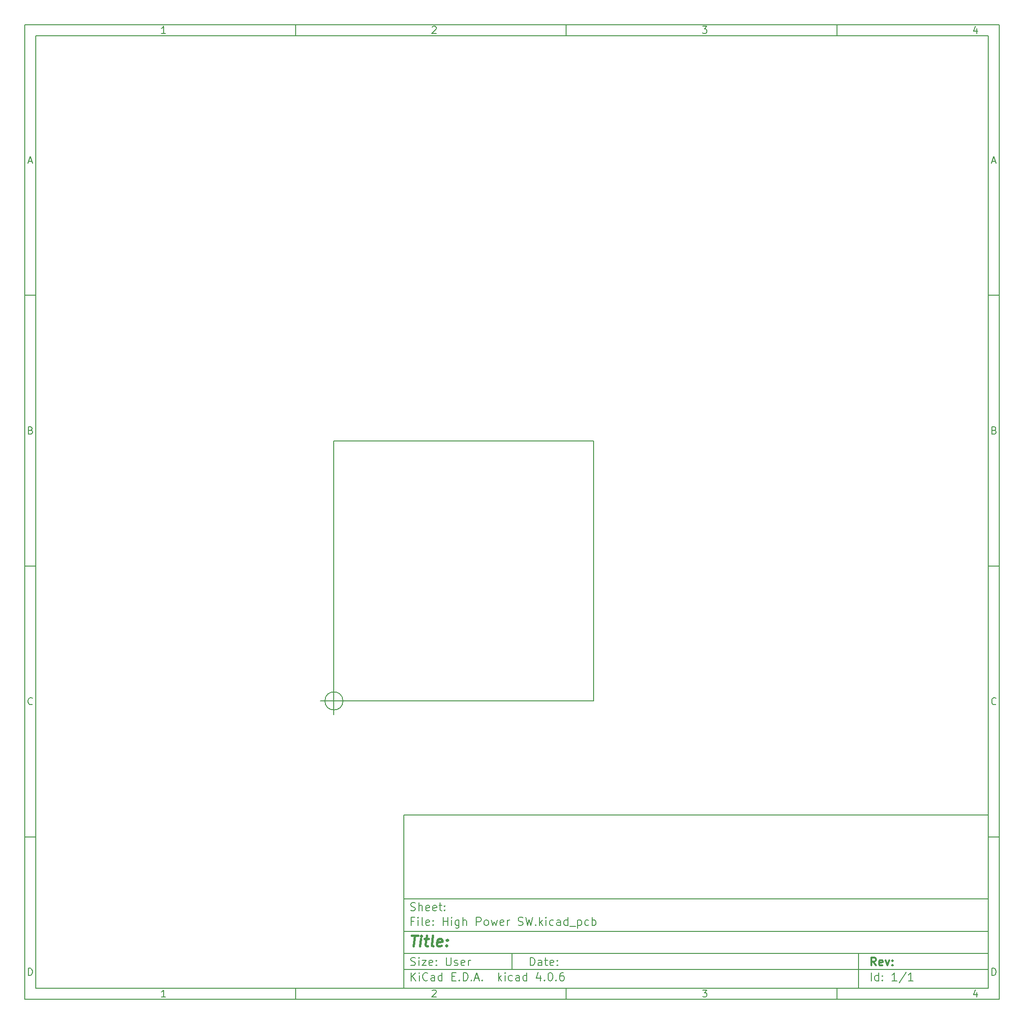
<source format=gbr>
G04 #@! TF.FileFunction,Profile,NP*
%FSLAX46Y46*%
G04 Gerber Fmt 4.6, Leading zero omitted, Abs format (unit mm)*
G04 Created by KiCad (PCBNEW 4.0.6) date 06/24/17 18:29:06*
%MOMM*%
%LPD*%
G01*
G04 APERTURE LIST*
%ADD10C,0.100000*%
%ADD11C,0.150000*%
%ADD12C,0.300000*%
%ADD13C,0.400000*%
G04 APERTURE END LIST*
D10*
D11*
X79999600Y-155999600D02*
X79999600Y-187999600D01*
X187999600Y-187999600D01*
X187999600Y-155999600D01*
X79999600Y-155999600D01*
D10*
D11*
X10000000Y-10000000D02*
X10000000Y-189999600D01*
X189999600Y-189999600D01*
X189999600Y-10000000D01*
X10000000Y-10000000D01*
D10*
D11*
X12000000Y-12000000D02*
X12000000Y-187999600D01*
X187999600Y-187999600D01*
X187999600Y-12000000D01*
X12000000Y-12000000D01*
D10*
D11*
X60000000Y-12000000D02*
X60000000Y-10000000D01*
D10*
D11*
X110000000Y-12000000D02*
X110000000Y-10000000D01*
D10*
D11*
X160000000Y-12000000D02*
X160000000Y-10000000D01*
D10*
D11*
X35990476Y-11588095D02*
X35247619Y-11588095D01*
X35619048Y-11588095D02*
X35619048Y-10288095D01*
X35495238Y-10473810D01*
X35371429Y-10597619D01*
X35247619Y-10659524D01*
D10*
D11*
X85247619Y-10411905D02*
X85309524Y-10350000D01*
X85433333Y-10288095D01*
X85742857Y-10288095D01*
X85866667Y-10350000D01*
X85928571Y-10411905D01*
X85990476Y-10535714D01*
X85990476Y-10659524D01*
X85928571Y-10845238D01*
X85185714Y-11588095D01*
X85990476Y-11588095D01*
D10*
D11*
X135185714Y-10288095D02*
X135990476Y-10288095D01*
X135557143Y-10783333D01*
X135742857Y-10783333D01*
X135866667Y-10845238D01*
X135928571Y-10907143D01*
X135990476Y-11030952D01*
X135990476Y-11340476D01*
X135928571Y-11464286D01*
X135866667Y-11526190D01*
X135742857Y-11588095D01*
X135371429Y-11588095D01*
X135247619Y-11526190D01*
X135185714Y-11464286D01*
D10*
D11*
X185866667Y-10721429D02*
X185866667Y-11588095D01*
X185557143Y-10226190D02*
X185247619Y-11154762D01*
X186052381Y-11154762D01*
D10*
D11*
X60000000Y-187999600D02*
X60000000Y-189999600D01*
D10*
D11*
X110000000Y-187999600D02*
X110000000Y-189999600D01*
D10*
D11*
X160000000Y-187999600D02*
X160000000Y-189999600D01*
D10*
D11*
X35990476Y-189587695D02*
X35247619Y-189587695D01*
X35619048Y-189587695D02*
X35619048Y-188287695D01*
X35495238Y-188473410D01*
X35371429Y-188597219D01*
X35247619Y-188659124D01*
D10*
D11*
X85247619Y-188411505D02*
X85309524Y-188349600D01*
X85433333Y-188287695D01*
X85742857Y-188287695D01*
X85866667Y-188349600D01*
X85928571Y-188411505D01*
X85990476Y-188535314D01*
X85990476Y-188659124D01*
X85928571Y-188844838D01*
X85185714Y-189587695D01*
X85990476Y-189587695D01*
D10*
D11*
X135185714Y-188287695D02*
X135990476Y-188287695D01*
X135557143Y-188782933D01*
X135742857Y-188782933D01*
X135866667Y-188844838D01*
X135928571Y-188906743D01*
X135990476Y-189030552D01*
X135990476Y-189340076D01*
X135928571Y-189463886D01*
X135866667Y-189525790D01*
X135742857Y-189587695D01*
X135371429Y-189587695D01*
X135247619Y-189525790D01*
X135185714Y-189463886D01*
D10*
D11*
X185866667Y-188721029D02*
X185866667Y-189587695D01*
X185557143Y-188225790D02*
X185247619Y-189154362D01*
X186052381Y-189154362D01*
D10*
D11*
X10000000Y-60000000D02*
X12000000Y-60000000D01*
D10*
D11*
X10000000Y-110000000D02*
X12000000Y-110000000D01*
D10*
D11*
X10000000Y-160000000D02*
X12000000Y-160000000D01*
D10*
D11*
X10690476Y-35216667D02*
X11309524Y-35216667D01*
X10566667Y-35588095D02*
X11000000Y-34288095D01*
X11433333Y-35588095D01*
D10*
D11*
X11092857Y-84907143D02*
X11278571Y-84969048D01*
X11340476Y-85030952D01*
X11402381Y-85154762D01*
X11402381Y-85340476D01*
X11340476Y-85464286D01*
X11278571Y-85526190D01*
X11154762Y-85588095D01*
X10659524Y-85588095D01*
X10659524Y-84288095D01*
X11092857Y-84288095D01*
X11216667Y-84350000D01*
X11278571Y-84411905D01*
X11340476Y-84535714D01*
X11340476Y-84659524D01*
X11278571Y-84783333D01*
X11216667Y-84845238D01*
X11092857Y-84907143D01*
X10659524Y-84907143D01*
D10*
D11*
X11402381Y-135464286D02*
X11340476Y-135526190D01*
X11154762Y-135588095D01*
X11030952Y-135588095D01*
X10845238Y-135526190D01*
X10721429Y-135402381D01*
X10659524Y-135278571D01*
X10597619Y-135030952D01*
X10597619Y-134845238D01*
X10659524Y-134597619D01*
X10721429Y-134473810D01*
X10845238Y-134350000D01*
X11030952Y-134288095D01*
X11154762Y-134288095D01*
X11340476Y-134350000D01*
X11402381Y-134411905D01*
D10*
D11*
X10659524Y-185588095D02*
X10659524Y-184288095D01*
X10969048Y-184288095D01*
X11154762Y-184350000D01*
X11278571Y-184473810D01*
X11340476Y-184597619D01*
X11402381Y-184845238D01*
X11402381Y-185030952D01*
X11340476Y-185278571D01*
X11278571Y-185402381D01*
X11154762Y-185526190D01*
X10969048Y-185588095D01*
X10659524Y-185588095D01*
D10*
D11*
X189999600Y-60000000D02*
X187999600Y-60000000D01*
D10*
D11*
X189999600Y-110000000D02*
X187999600Y-110000000D01*
D10*
D11*
X189999600Y-160000000D02*
X187999600Y-160000000D01*
D10*
D11*
X188690076Y-35216667D02*
X189309124Y-35216667D01*
X188566267Y-35588095D02*
X188999600Y-34288095D01*
X189432933Y-35588095D01*
D10*
D11*
X189092457Y-84907143D02*
X189278171Y-84969048D01*
X189340076Y-85030952D01*
X189401981Y-85154762D01*
X189401981Y-85340476D01*
X189340076Y-85464286D01*
X189278171Y-85526190D01*
X189154362Y-85588095D01*
X188659124Y-85588095D01*
X188659124Y-84288095D01*
X189092457Y-84288095D01*
X189216267Y-84350000D01*
X189278171Y-84411905D01*
X189340076Y-84535714D01*
X189340076Y-84659524D01*
X189278171Y-84783333D01*
X189216267Y-84845238D01*
X189092457Y-84907143D01*
X188659124Y-84907143D01*
D10*
D11*
X189401981Y-135464286D02*
X189340076Y-135526190D01*
X189154362Y-135588095D01*
X189030552Y-135588095D01*
X188844838Y-135526190D01*
X188721029Y-135402381D01*
X188659124Y-135278571D01*
X188597219Y-135030952D01*
X188597219Y-134845238D01*
X188659124Y-134597619D01*
X188721029Y-134473810D01*
X188844838Y-134350000D01*
X189030552Y-134288095D01*
X189154362Y-134288095D01*
X189340076Y-134350000D01*
X189401981Y-134411905D01*
D10*
D11*
X188659124Y-185588095D02*
X188659124Y-184288095D01*
X188968648Y-184288095D01*
X189154362Y-184350000D01*
X189278171Y-184473810D01*
X189340076Y-184597619D01*
X189401981Y-184845238D01*
X189401981Y-185030952D01*
X189340076Y-185278571D01*
X189278171Y-185402381D01*
X189154362Y-185526190D01*
X188968648Y-185588095D01*
X188659124Y-185588095D01*
D10*
D11*
X103356743Y-183778171D02*
X103356743Y-182278171D01*
X103713886Y-182278171D01*
X103928171Y-182349600D01*
X104071029Y-182492457D01*
X104142457Y-182635314D01*
X104213886Y-182921029D01*
X104213886Y-183135314D01*
X104142457Y-183421029D01*
X104071029Y-183563886D01*
X103928171Y-183706743D01*
X103713886Y-183778171D01*
X103356743Y-183778171D01*
X105499600Y-183778171D02*
X105499600Y-182992457D01*
X105428171Y-182849600D01*
X105285314Y-182778171D01*
X104999600Y-182778171D01*
X104856743Y-182849600D01*
X105499600Y-183706743D02*
X105356743Y-183778171D01*
X104999600Y-183778171D01*
X104856743Y-183706743D01*
X104785314Y-183563886D01*
X104785314Y-183421029D01*
X104856743Y-183278171D01*
X104999600Y-183206743D01*
X105356743Y-183206743D01*
X105499600Y-183135314D01*
X105999600Y-182778171D02*
X106571029Y-182778171D01*
X106213886Y-182278171D02*
X106213886Y-183563886D01*
X106285314Y-183706743D01*
X106428172Y-183778171D01*
X106571029Y-183778171D01*
X107642457Y-183706743D02*
X107499600Y-183778171D01*
X107213886Y-183778171D01*
X107071029Y-183706743D01*
X106999600Y-183563886D01*
X106999600Y-182992457D01*
X107071029Y-182849600D01*
X107213886Y-182778171D01*
X107499600Y-182778171D01*
X107642457Y-182849600D01*
X107713886Y-182992457D01*
X107713886Y-183135314D01*
X106999600Y-183278171D01*
X108356743Y-183635314D02*
X108428171Y-183706743D01*
X108356743Y-183778171D01*
X108285314Y-183706743D01*
X108356743Y-183635314D01*
X108356743Y-183778171D01*
X108356743Y-182849600D02*
X108428171Y-182921029D01*
X108356743Y-182992457D01*
X108285314Y-182921029D01*
X108356743Y-182849600D01*
X108356743Y-182992457D01*
D10*
D11*
X79999600Y-184499600D02*
X187999600Y-184499600D01*
D10*
D11*
X81356743Y-186578171D02*
X81356743Y-185078171D01*
X82213886Y-186578171D02*
X81571029Y-185721029D01*
X82213886Y-185078171D02*
X81356743Y-185935314D01*
X82856743Y-186578171D02*
X82856743Y-185578171D01*
X82856743Y-185078171D02*
X82785314Y-185149600D01*
X82856743Y-185221029D01*
X82928171Y-185149600D01*
X82856743Y-185078171D01*
X82856743Y-185221029D01*
X84428172Y-186435314D02*
X84356743Y-186506743D01*
X84142457Y-186578171D01*
X83999600Y-186578171D01*
X83785315Y-186506743D01*
X83642457Y-186363886D01*
X83571029Y-186221029D01*
X83499600Y-185935314D01*
X83499600Y-185721029D01*
X83571029Y-185435314D01*
X83642457Y-185292457D01*
X83785315Y-185149600D01*
X83999600Y-185078171D01*
X84142457Y-185078171D01*
X84356743Y-185149600D01*
X84428172Y-185221029D01*
X85713886Y-186578171D02*
X85713886Y-185792457D01*
X85642457Y-185649600D01*
X85499600Y-185578171D01*
X85213886Y-185578171D01*
X85071029Y-185649600D01*
X85713886Y-186506743D02*
X85571029Y-186578171D01*
X85213886Y-186578171D01*
X85071029Y-186506743D01*
X84999600Y-186363886D01*
X84999600Y-186221029D01*
X85071029Y-186078171D01*
X85213886Y-186006743D01*
X85571029Y-186006743D01*
X85713886Y-185935314D01*
X87071029Y-186578171D02*
X87071029Y-185078171D01*
X87071029Y-186506743D02*
X86928172Y-186578171D01*
X86642458Y-186578171D01*
X86499600Y-186506743D01*
X86428172Y-186435314D01*
X86356743Y-186292457D01*
X86356743Y-185863886D01*
X86428172Y-185721029D01*
X86499600Y-185649600D01*
X86642458Y-185578171D01*
X86928172Y-185578171D01*
X87071029Y-185649600D01*
X88928172Y-185792457D02*
X89428172Y-185792457D01*
X89642458Y-186578171D02*
X88928172Y-186578171D01*
X88928172Y-185078171D01*
X89642458Y-185078171D01*
X90285315Y-186435314D02*
X90356743Y-186506743D01*
X90285315Y-186578171D01*
X90213886Y-186506743D01*
X90285315Y-186435314D01*
X90285315Y-186578171D01*
X90999601Y-186578171D02*
X90999601Y-185078171D01*
X91356744Y-185078171D01*
X91571029Y-185149600D01*
X91713887Y-185292457D01*
X91785315Y-185435314D01*
X91856744Y-185721029D01*
X91856744Y-185935314D01*
X91785315Y-186221029D01*
X91713887Y-186363886D01*
X91571029Y-186506743D01*
X91356744Y-186578171D01*
X90999601Y-186578171D01*
X92499601Y-186435314D02*
X92571029Y-186506743D01*
X92499601Y-186578171D01*
X92428172Y-186506743D01*
X92499601Y-186435314D01*
X92499601Y-186578171D01*
X93142458Y-186149600D02*
X93856744Y-186149600D01*
X92999601Y-186578171D02*
X93499601Y-185078171D01*
X93999601Y-186578171D01*
X94499601Y-186435314D02*
X94571029Y-186506743D01*
X94499601Y-186578171D01*
X94428172Y-186506743D01*
X94499601Y-186435314D01*
X94499601Y-186578171D01*
X97499601Y-186578171D02*
X97499601Y-185078171D01*
X97642458Y-186006743D02*
X98071029Y-186578171D01*
X98071029Y-185578171D02*
X97499601Y-186149600D01*
X98713887Y-186578171D02*
X98713887Y-185578171D01*
X98713887Y-185078171D02*
X98642458Y-185149600D01*
X98713887Y-185221029D01*
X98785315Y-185149600D01*
X98713887Y-185078171D01*
X98713887Y-185221029D01*
X100071030Y-186506743D02*
X99928173Y-186578171D01*
X99642459Y-186578171D01*
X99499601Y-186506743D01*
X99428173Y-186435314D01*
X99356744Y-186292457D01*
X99356744Y-185863886D01*
X99428173Y-185721029D01*
X99499601Y-185649600D01*
X99642459Y-185578171D01*
X99928173Y-185578171D01*
X100071030Y-185649600D01*
X101356744Y-186578171D02*
X101356744Y-185792457D01*
X101285315Y-185649600D01*
X101142458Y-185578171D01*
X100856744Y-185578171D01*
X100713887Y-185649600D01*
X101356744Y-186506743D02*
X101213887Y-186578171D01*
X100856744Y-186578171D01*
X100713887Y-186506743D01*
X100642458Y-186363886D01*
X100642458Y-186221029D01*
X100713887Y-186078171D01*
X100856744Y-186006743D01*
X101213887Y-186006743D01*
X101356744Y-185935314D01*
X102713887Y-186578171D02*
X102713887Y-185078171D01*
X102713887Y-186506743D02*
X102571030Y-186578171D01*
X102285316Y-186578171D01*
X102142458Y-186506743D01*
X102071030Y-186435314D01*
X101999601Y-186292457D01*
X101999601Y-185863886D01*
X102071030Y-185721029D01*
X102142458Y-185649600D01*
X102285316Y-185578171D01*
X102571030Y-185578171D01*
X102713887Y-185649600D01*
X105213887Y-185578171D02*
X105213887Y-186578171D01*
X104856744Y-185006743D02*
X104499601Y-186078171D01*
X105428173Y-186078171D01*
X105999601Y-186435314D02*
X106071029Y-186506743D01*
X105999601Y-186578171D01*
X105928172Y-186506743D01*
X105999601Y-186435314D01*
X105999601Y-186578171D01*
X106999601Y-185078171D02*
X107142458Y-185078171D01*
X107285315Y-185149600D01*
X107356744Y-185221029D01*
X107428173Y-185363886D01*
X107499601Y-185649600D01*
X107499601Y-186006743D01*
X107428173Y-186292457D01*
X107356744Y-186435314D01*
X107285315Y-186506743D01*
X107142458Y-186578171D01*
X106999601Y-186578171D01*
X106856744Y-186506743D01*
X106785315Y-186435314D01*
X106713887Y-186292457D01*
X106642458Y-186006743D01*
X106642458Y-185649600D01*
X106713887Y-185363886D01*
X106785315Y-185221029D01*
X106856744Y-185149600D01*
X106999601Y-185078171D01*
X108142458Y-186435314D02*
X108213886Y-186506743D01*
X108142458Y-186578171D01*
X108071029Y-186506743D01*
X108142458Y-186435314D01*
X108142458Y-186578171D01*
X109499601Y-185078171D02*
X109213887Y-185078171D01*
X109071030Y-185149600D01*
X108999601Y-185221029D01*
X108856744Y-185435314D01*
X108785315Y-185721029D01*
X108785315Y-186292457D01*
X108856744Y-186435314D01*
X108928172Y-186506743D01*
X109071030Y-186578171D01*
X109356744Y-186578171D01*
X109499601Y-186506743D01*
X109571030Y-186435314D01*
X109642458Y-186292457D01*
X109642458Y-185935314D01*
X109571030Y-185792457D01*
X109499601Y-185721029D01*
X109356744Y-185649600D01*
X109071030Y-185649600D01*
X108928172Y-185721029D01*
X108856744Y-185792457D01*
X108785315Y-185935314D01*
D10*
D11*
X79999600Y-181499600D02*
X187999600Y-181499600D01*
D10*
D12*
X167213886Y-183778171D02*
X166713886Y-183063886D01*
X166356743Y-183778171D02*
X166356743Y-182278171D01*
X166928171Y-182278171D01*
X167071029Y-182349600D01*
X167142457Y-182421029D01*
X167213886Y-182563886D01*
X167213886Y-182778171D01*
X167142457Y-182921029D01*
X167071029Y-182992457D01*
X166928171Y-183063886D01*
X166356743Y-183063886D01*
X168428171Y-183706743D02*
X168285314Y-183778171D01*
X167999600Y-183778171D01*
X167856743Y-183706743D01*
X167785314Y-183563886D01*
X167785314Y-182992457D01*
X167856743Y-182849600D01*
X167999600Y-182778171D01*
X168285314Y-182778171D01*
X168428171Y-182849600D01*
X168499600Y-182992457D01*
X168499600Y-183135314D01*
X167785314Y-183278171D01*
X168999600Y-182778171D02*
X169356743Y-183778171D01*
X169713885Y-182778171D01*
X170285314Y-183635314D02*
X170356742Y-183706743D01*
X170285314Y-183778171D01*
X170213885Y-183706743D01*
X170285314Y-183635314D01*
X170285314Y-183778171D01*
X170285314Y-182849600D02*
X170356742Y-182921029D01*
X170285314Y-182992457D01*
X170213885Y-182921029D01*
X170285314Y-182849600D01*
X170285314Y-182992457D01*
D10*
D11*
X81285314Y-183706743D02*
X81499600Y-183778171D01*
X81856743Y-183778171D01*
X81999600Y-183706743D01*
X82071029Y-183635314D01*
X82142457Y-183492457D01*
X82142457Y-183349600D01*
X82071029Y-183206743D01*
X81999600Y-183135314D01*
X81856743Y-183063886D01*
X81571029Y-182992457D01*
X81428171Y-182921029D01*
X81356743Y-182849600D01*
X81285314Y-182706743D01*
X81285314Y-182563886D01*
X81356743Y-182421029D01*
X81428171Y-182349600D01*
X81571029Y-182278171D01*
X81928171Y-182278171D01*
X82142457Y-182349600D01*
X82785314Y-183778171D02*
X82785314Y-182778171D01*
X82785314Y-182278171D02*
X82713885Y-182349600D01*
X82785314Y-182421029D01*
X82856742Y-182349600D01*
X82785314Y-182278171D01*
X82785314Y-182421029D01*
X83356743Y-182778171D02*
X84142457Y-182778171D01*
X83356743Y-183778171D01*
X84142457Y-183778171D01*
X85285314Y-183706743D02*
X85142457Y-183778171D01*
X84856743Y-183778171D01*
X84713886Y-183706743D01*
X84642457Y-183563886D01*
X84642457Y-182992457D01*
X84713886Y-182849600D01*
X84856743Y-182778171D01*
X85142457Y-182778171D01*
X85285314Y-182849600D01*
X85356743Y-182992457D01*
X85356743Y-183135314D01*
X84642457Y-183278171D01*
X85999600Y-183635314D02*
X86071028Y-183706743D01*
X85999600Y-183778171D01*
X85928171Y-183706743D01*
X85999600Y-183635314D01*
X85999600Y-183778171D01*
X85999600Y-182849600D02*
X86071028Y-182921029D01*
X85999600Y-182992457D01*
X85928171Y-182921029D01*
X85999600Y-182849600D01*
X85999600Y-182992457D01*
X87856743Y-182278171D02*
X87856743Y-183492457D01*
X87928171Y-183635314D01*
X87999600Y-183706743D01*
X88142457Y-183778171D01*
X88428171Y-183778171D01*
X88571029Y-183706743D01*
X88642457Y-183635314D01*
X88713886Y-183492457D01*
X88713886Y-182278171D01*
X89356743Y-183706743D02*
X89499600Y-183778171D01*
X89785315Y-183778171D01*
X89928172Y-183706743D01*
X89999600Y-183563886D01*
X89999600Y-183492457D01*
X89928172Y-183349600D01*
X89785315Y-183278171D01*
X89571029Y-183278171D01*
X89428172Y-183206743D01*
X89356743Y-183063886D01*
X89356743Y-182992457D01*
X89428172Y-182849600D01*
X89571029Y-182778171D01*
X89785315Y-182778171D01*
X89928172Y-182849600D01*
X91213886Y-183706743D02*
X91071029Y-183778171D01*
X90785315Y-183778171D01*
X90642458Y-183706743D01*
X90571029Y-183563886D01*
X90571029Y-182992457D01*
X90642458Y-182849600D01*
X90785315Y-182778171D01*
X91071029Y-182778171D01*
X91213886Y-182849600D01*
X91285315Y-182992457D01*
X91285315Y-183135314D01*
X90571029Y-183278171D01*
X91928172Y-183778171D02*
X91928172Y-182778171D01*
X91928172Y-183063886D02*
X91999600Y-182921029D01*
X92071029Y-182849600D01*
X92213886Y-182778171D01*
X92356743Y-182778171D01*
D10*
D11*
X166356743Y-186578171D02*
X166356743Y-185078171D01*
X167713886Y-186578171D02*
X167713886Y-185078171D01*
X167713886Y-186506743D02*
X167571029Y-186578171D01*
X167285315Y-186578171D01*
X167142457Y-186506743D01*
X167071029Y-186435314D01*
X166999600Y-186292457D01*
X166999600Y-185863886D01*
X167071029Y-185721029D01*
X167142457Y-185649600D01*
X167285315Y-185578171D01*
X167571029Y-185578171D01*
X167713886Y-185649600D01*
X168428172Y-186435314D02*
X168499600Y-186506743D01*
X168428172Y-186578171D01*
X168356743Y-186506743D01*
X168428172Y-186435314D01*
X168428172Y-186578171D01*
X168428172Y-185649600D02*
X168499600Y-185721029D01*
X168428172Y-185792457D01*
X168356743Y-185721029D01*
X168428172Y-185649600D01*
X168428172Y-185792457D01*
X171071029Y-186578171D02*
X170213886Y-186578171D01*
X170642458Y-186578171D02*
X170642458Y-185078171D01*
X170499601Y-185292457D01*
X170356743Y-185435314D01*
X170213886Y-185506743D01*
X172785314Y-185006743D02*
X171499600Y-186935314D01*
X174071029Y-186578171D02*
X173213886Y-186578171D01*
X173642458Y-186578171D02*
X173642458Y-185078171D01*
X173499601Y-185292457D01*
X173356743Y-185435314D01*
X173213886Y-185506743D01*
D10*
D11*
X79999600Y-177499600D02*
X187999600Y-177499600D01*
D10*
D13*
X81451981Y-178204362D02*
X82594838Y-178204362D01*
X81773410Y-180204362D02*
X82023410Y-178204362D01*
X83011505Y-180204362D02*
X83178171Y-178871029D01*
X83261505Y-178204362D02*
X83154362Y-178299600D01*
X83237695Y-178394838D01*
X83344839Y-178299600D01*
X83261505Y-178204362D01*
X83237695Y-178394838D01*
X83844838Y-178871029D02*
X84606743Y-178871029D01*
X84213886Y-178204362D02*
X83999600Y-179918648D01*
X84071030Y-180109124D01*
X84249601Y-180204362D01*
X84440077Y-180204362D01*
X85392458Y-180204362D02*
X85213887Y-180109124D01*
X85142457Y-179918648D01*
X85356743Y-178204362D01*
X86928172Y-180109124D02*
X86725791Y-180204362D01*
X86344839Y-180204362D01*
X86166267Y-180109124D01*
X86094838Y-179918648D01*
X86190076Y-179156743D01*
X86309124Y-178966267D01*
X86511505Y-178871029D01*
X86892457Y-178871029D01*
X87071029Y-178966267D01*
X87142457Y-179156743D01*
X87118648Y-179347219D01*
X86142457Y-179537695D01*
X87892457Y-180013886D02*
X87975792Y-180109124D01*
X87868648Y-180204362D01*
X87785315Y-180109124D01*
X87892457Y-180013886D01*
X87868648Y-180204362D01*
X88023410Y-178966267D02*
X88106744Y-179061505D01*
X87999600Y-179156743D01*
X87916267Y-179061505D01*
X88023410Y-178966267D01*
X87999600Y-179156743D01*
D10*
D11*
X81856743Y-175592457D02*
X81356743Y-175592457D01*
X81356743Y-176378171D02*
X81356743Y-174878171D01*
X82071029Y-174878171D01*
X82642457Y-176378171D02*
X82642457Y-175378171D01*
X82642457Y-174878171D02*
X82571028Y-174949600D01*
X82642457Y-175021029D01*
X82713885Y-174949600D01*
X82642457Y-174878171D01*
X82642457Y-175021029D01*
X83571029Y-176378171D02*
X83428171Y-176306743D01*
X83356743Y-176163886D01*
X83356743Y-174878171D01*
X84713885Y-176306743D02*
X84571028Y-176378171D01*
X84285314Y-176378171D01*
X84142457Y-176306743D01*
X84071028Y-176163886D01*
X84071028Y-175592457D01*
X84142457Y-175449600D01*
X84285314Y-175378171D01*
X84571028Y-175378171D01*
X84713885Y-175449600D01*
X84785314Y-175592457D01*
X84785314Y-175735314D01*
X84071028Y-175878171D01*
X85428171Y-176235314D02*
X85499599Y-176306743D01*
X85428171Y-176378171D01*
X85356742Y-176306743D01*
X85428171Y-176235314D01*
X85428171Y-176378171D01*
X85428171Y-175449600D02*
X85499599Y-175521029D01*
X85428171Y-175592457D01*
X85356742Y-175521029D01*
X85428171Y-175449600D01*
X85428171Y-175592457D01*
X87285314Y-176378171D02*
X87285314Y-174878171D01*
X87285314Y-175592457D02*
X88142457Y-175592457D01*
X88142457Y-176378171D02*
X88142457Y-174878171D01*
X88856743Y-176378171D02*
X88856743Y-175378171D01*
X88856743Y-174878171D02*
X88785314Y-174949600D01*
X88856743Y-175021029D01*
X88928171Y-174949600D01*
X88856743Y-174878171D01*
X88856743Y-175021029D01*
X90213886Y-175378171D02*
X90213886Y-176592457D01*
X90142457Y-176735314D01*
X90071029Y-176806743D01*
X89928172Y-176878171D01*
X89713886Y-176878171D01*
X89571029Y-176806743D01*
X90213886Y-176306743D02*
X90071029Y-176378171D01*
X89785315Y-176378171D01*
X89642457Y-176306743D01*
X89571029Y-176235314D01*
X89499600Y-176092457D01*
X89499600Y-175663886D01*
X89571029Y-175521029D01*
X89642457Y-175449600D01*
X89785315Y-175378171D01*
X90071029Y-175378171D01*
X90213886Y-175449600D01*
X90928172Y-176378171D02*
X90928172Y-174878171D01*
X91571029Y-176378171D02*
X91571029Y-175592457D01*
X91499600Y-175449600D01*
X91356743Y-175378171D01*
X91142458Y-175378171D01*
X90999600Y-175449600D01*
X90928172Y-175521029D01*
X93428172Y-176378171D02*
X93428172Y-174878171D01*
X93999600Y-174878171D01*
X94142458Y-174949600D01*
X94213886Y-175021029D01*
X94285315Y-175163886D01*
X94285315Y-175378171D01*
X94213886Y-175521029D01*
X94142458Y-175592457D01*
X93999600Y-175663886D01*
X93428172Y-175663886D01*
X95142458Y-176378171D02*
X94999600Y-176306743D01*
X94928172Y-176235314D01*
X94856743Y-176092457D01*
X94856743Y-175663886D01*
X94928172Y-175521029D01*
X94999600Y-175449600D01*
X95142458Y-175378171D01*
X95356743Y-175378171D01*
X95499600Y-175449600D01*
X95571029Y-175521029D01*
X95642458Y-175663886D01*
X95642458Y-176092457D01*
X95571029Y-176235314D01*
X95499600Y-176306743D01*
X95356743Y-176378171D01*
X95142458Y-176378171D01*
X96142458Y-175378171D02*
X96428172Y-176378171D01*
X96713886Y-175663886D01*
X96999601Y-176378171D01*
X97285315Y-175378171D01*
X98428172Y-176306743D02*
X98285315Y-176378171D01*
X97999601Y-176378171D01*
X97856744Y-176306743D01*
X97785315Y-176163886D01*
X97785315Y-175592457D01*
X97856744Y-175449600D01*
X97999601Y-175378171D01*
X98285315Y-175378171D01*
X98428172Y-175449600D01*
X98499601Y-175592457D01*
X98499601Y-175735314D01*
X97785315Y-175878171D01*
X99142458Y-176378171D02*
X99142458Y-175378171D01*
X99142458Y-175663886D02*
X99213886Y-175521029D01*
X99285315Y-175449600D01*
X99428172Y-175378171D01*
X99571029Y-175378171D01*
X101142457Y-176306743D02*
X101356743Y-176378171D01*
X101713886Y-176378171D01*
X101856743Y-176306743D01*
X101928172Y-176235314D01*
X101999600Y-176092457D01*
X101999600Y-175949600D01*
X101928172Y-175806743D01*
X101856743Y-175735314D01*
X101713886Y-175663886D01*
X101428172Y-175592457D01*
X101285314Y-175521029D01*
X101213886Y-175449600D01*
X101142457Y-175306743D01*
X101142457Y-175163886D01*
X101213886Y-175021029D01*
X101285314Y-174949600D01*
X101428172Y-174878171D01*
X101785314Y-174878171D01*
X101999600Y-174949600D01*
X102499600Y-174878171D02*
X102856743Y-176378171D01*
X103142457Y-175306743D01*
X103428171Y-176378171D01*
X103785314Y-174878171D01*
X104356743Y-176235314D02*
X104428171Y-176306743D01*
X104356743Y-176378171D01*
X104285314Y-176306743D01*
X104356743Y-176235314D01*
X104356743Y-176378171D01*
X105071029Y-176378171D02*
X105071029Y-174878171D01*
X105213886Y-175806743D02*
X105642457Y-176378171D01*
X105642457Y-175378171D02*
X105071029Y-175949600D01*
X106285315Y-176378171D02*
X106285315Y-175378171D01*
X106285315Y-174878171D02*
X106213886Y-174949600D01*
X106285315Y-175021029D01*
X106356743Y-174949600D01*
X106285315Y-174878171D01*
X106285315Y-175021029D01*
X107642458Y-176306743D02*
X107499601Y-176378171D01*
X107213887Y-176378171D01*
X107071029Y-176306743D01*
X106999601Y-176235314D01*
X106928172Y-176092457D01*
X106928172Y-175663886D01*
X106999601Y-175521029D01*
X107071029Y-175449600D01*
X107213887Y-175378171D01*
X107499601Y-175378171D01*
X107642458Y-175449600D01*
X108928172Y-176378171D02*
X108928172Y-175592457D01*
X108856743Y-175449600D01*
X108713886Y-175378171D01*
X108428172Y-175378171D01*
X108285315Y-175449600D01*
X108928172Y-176306743D02*
X108785315Y-176378171D01*
X108428172Y-176378171D01*
X108285315Y-176306743D01*
X108213886Y-176163886D01*
X108213886Y-176021029D01*
X108285315Y-175878171D01*
X108428172Y-175806743D01*
X108785315Y-175806743D01*
X108928172Y-175735314D01*
X110285315Y-176378171D02*
X110285315Y-174878171D01*
X110285315Y-176306743D02*
X110142458Y-176378171D01*
X109856744Y-176378171D01*
X109713886Y-176306743D01*
X109642458Y-176235314D01*
X109571029Y-176092457D01*
X109571029Y-175663886D01*
X109642458Y-175521029D01*
X109713886Y-175449600D01*
X109856744Y-175378171D01*
X110142458Y-175378171D01*
X110285315Y-175449600D01*
X110642458Y-176521029D02*
X111785315Y-176521029D01*
X112142458Y-175378171D02*
X112142458Y-176878171D01*
X112142458Y-175449600D02*
X112285315Y-175378171D01*
X112571029Y-175378171D01*
X112713886Y-175449600D01*
X112785315Y-175521029D01*
X112856744Y-175663886D01*
X112856744Y-176092457D01*
X112785315Y-176235314D01*
X112713886Y-176306743D01*
X112571029Y-176378171D01*
X112285315Y-176378171D01*
X112142458Y-176306743D01*
X114142458Y-176306743D02*
X113999601Y-176378171D01*
X113713887Y-176378171D01*
X113571029Y-176306743D01*
X113499601Y-176235314D01*
X113428172Y-176092457D01*
X113428172Y-175663886D01*
X113499601Y-175521029D01*
X113571029Y-175449600D01*
X113713887Y-175378171D01*
X113999601Y-175378171D01*
X114142458Y-175449600D01*
X114785315Y-176378171D02*
X114785315Y-174878171D01*
X114785315Y-175449600D02*
X114928172Y-175378171D01*
X115213886Y-175378171D01*
X115356743Y-175449600D01*
X115428172Y-175521029D01*
X115499601Y-175663886D01*
X115499601Y-176092457D01*
X115428172Y-176235314D01*
X115356743Y-176306743D01*
X115213886Y-176378171D01*
X114928172Y-176378171D01*
X114785315Y-176306743D01*
D10*
D11*
X79999600Y-171499600D02*
X187999600Y-171499600D01*
D10*
D11*
X81285314Y-173606743D02*
X81499600Y-173678171D01*
X81856743Y-173678171D01*
X81999600Y-173606743D01*
X82071029Y-173535314D01*
X82142457Y-173392457D01*
X82142457Y-173249600D01*
X82071029Y-173106743D01*
X81999600Y-173035314D01*
X81856743Y-172963886D01*
X81571029Y-172892457D01*
X81428171Y-172821029D01*
X81356743Y-172749600D01*
X81285314Y-172606743D01*
X81285314Y-172463886D01*
X81356743Y-172321029D01*
X81428171Y-172249600D01*
X81571029Y-172178171D01*
X81928171Y-172178171D01*
X82142457Y-172249600D01*
X82785314Y-173678171D02*
X82785314Y-172178171D01*
X83428171Y-173678171D02*
X83428171Y-172892457D01*
X83356742Y-172749600D01*
X83213885Y-172678171D01*
X82999600Y-172678171D01*
X82856742Y-172749600D01*
X82785314Y-172821029D01*
X84713885Y-173606743D02*
X84571028Y-173678171D01*
X84285314Y-173678171D01*
X84142457Y-173606743D01*
X84071028Y-173463886D01*
X84071028Y-172892457D01*
X84142457Y-172749600D01*
X84285314Y-172678171D01*
X84571028Y-172678171D01*
X84713885Y-172749600D01*
X84785314Y-172892457D01*
X84785314Y-173035314D01*
X84071028Y-173178171D01*
X85999599Y-173606743D02*
X85856742Y-173678171D01*
X85571028Y-173678171D01*
X85428171Y-173606743D01*
X85356742Y-173463886D01*
X85356742Y-172892457D01*
X85428171Y-172749600D01*
X85571028Y-172678171D01*
X85856742Y-172678171D01*
X85999599Y-172749600D01*
X86071028Y-172892457D01*
X86071028Y-173035314D01*
X85356742Y-173178171D01*
X86499599Y-172678171D02*
X87071028Y-172678171D01*
X86713885Y-172178171D02*
X86713885Y-173463886D01*
X86785313Y-173606743D01*
X86928171Y-173678171D01*
X87071028Y-173678171D01*
X87571028Y-173535314D02*
X87642456Y-173606743D01*
X87571028Y-173678171D01*
X87499599Y-173606743D01*
X87571028Y-173535314D01*
X87571028Y-173678171D01*
X87571028Y-172749600D02*
X87642456Y-172821029D01*
X87571028Y-172892457D01*
X87499599Y-172821029D01*
X87571028Y-172749600D01*
X87571028Y-172892457D01*
D10*
D11*
X99999600Y-181499600D02*
X99999600Y-184499600D01*
D10*
D11*
X163999600Y-181499600D02*
X163999600Y-187999600D01*
X68766666Y-134900000D02*
G75*
G03X68766666Y-134900000I-1666666J0D01*
G01*
X64600000Y-134900000D02*
X69600000Y-134900000D01*
X67100000Y-132400000D02*
X67100000Y-137400000D01*
X115100000Y-134900000D02*
X67100000Y-134900000D01*
X115100000Y-86900000D02*
X115100000Y-134900000D01*
X113100000Y-86900000D02*
X115100000Y-86900000D01*
X67100000Y-86900000D02*
X113100000Y-86900000D01*
X67100000Y-134900000D02*
X67100000Y-86900000D01*
X68766666Y-134900000D02*
G75*
G03X68766666Y-134900000I-1666666J0D01*
G01*
X64600000Y-134900000D02*
X69600000Y-134900000D01*
X67100000Y-132400000D02*
X67100000Y-137400000D01*
M02*

</source>
